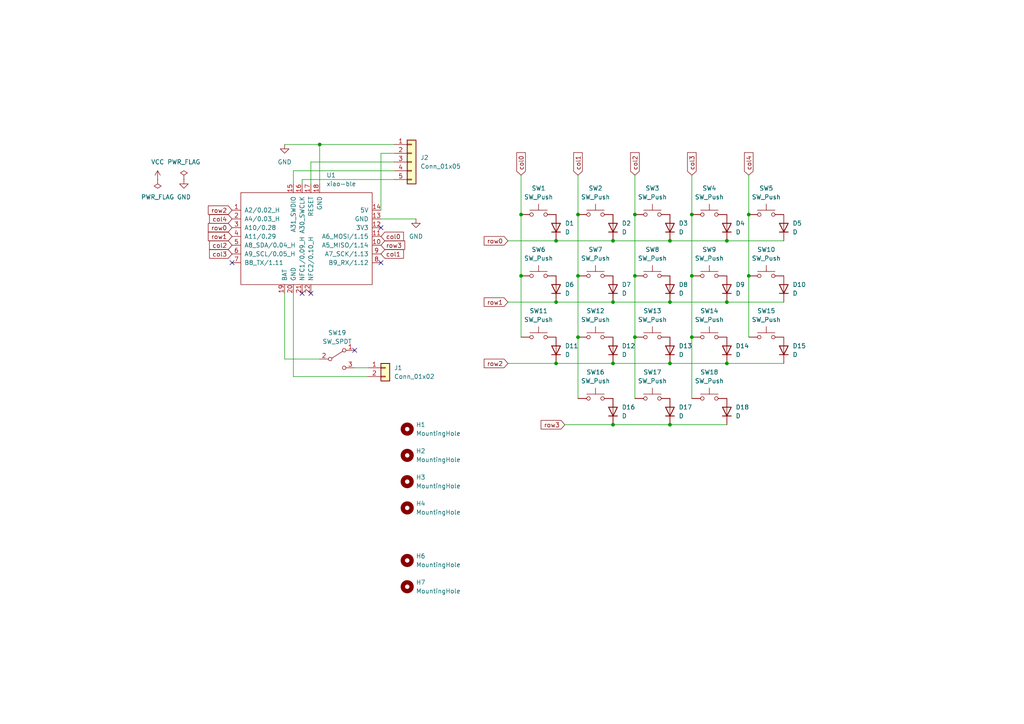
<source format=kicad_sch>
(kicad_sch (version 20230121) (generator eeschema)
  (paper "A4")
  (lib_symbols
    (symbol "Connector_Generic:Conn_01x02" (pin_names (offset 1.016) hide)
      (property "Reference" "J" (at 0 2.54 0))
      (property "Value" "Conn_01x02" (at 0 -5.08 0))
      (symbol "Conn_01x02_1_1"
        (rectangle (start -1.27 -2.413) (end 0 -2.667) (stroke (width 0.1524)))
        (rectangle (start -1.27 0.127) (end 0 -0.127) (stroke (width 0.1524)))
        (rectangle (start -1.27 1.27) (end 1.27 -3.81) (stroke (width 0.254)) (fill (type background)))
        (pin passive line (at -5.08 0 0) (length 3.81) (name "Pin_1") (number "1"))
        (pin passive line (at -5.08 -2.54 0) (length 3.81) (name "Pin_2") (number "2"))
      )
    )
    (symbol "Connector_Generic:Conn_01x05" (pin_names (offset 1.016) hide)
      (property "Reference" "J" (at 0 7.62 0))
      (property "Value" "Conn_01x05" (at 0 -7.62 0))
      (symbol "Conn_01x05_1_1"
        (rectangle (start -1.27 -4.953) (end 0 -5.207) (stroke (width 0.1524)))
        (rectangle (start -1.27 -2.413) (end 0 -2.667) (stroke (width 0.1524)))
        (rectangle (start -1.27 0.127) (end 0 -0.127) (stroke (width 0.1524)))
        (rectangle (start -1.27 2.667) (end 0 2.413) (stroke (width 0.1524)))
        (rectangle (start -1.27 5.207) (end 0 4.953) (stroke (width 0.1524)))
        (rectangle (start -1.27 6.35) (end 1.27 -6.35) (stroke (width 0.254)) (fill (type background)))
        (pin passive line (at -5.08 5.08 0) (length 3.81) (name "Pin_1") (number "1"))
        (pin passive line (at -5.08 2.54 0) (length 3.81) (name "Pin_2") (number "2"))
        (pin passive line (at -5.08 0 0) (length 3.81) (name "Pin_3") (number "3"))
        (pin passive line (at -5.08 -2.54 0) (length 3.81) (name "Pin_4") (number "4"))
        (pin passive line (at -5.08 -5.08 0) (length 3.81) (name "Pin_5") (number "5"))
      )
    )
    (symbol "Device:D" (pin_numbers hide) (pin_names (offset 1.016) hide)
      (property "Reference" "D" (at 0 2.54 0))
      (property "Value" "D" (at 0 -2.54 0))
      (symbol "D_0_1"
        (polyline (pts (xy -1.27 1.27) (xy -1.27 -1.27)) (stroke (width 0.254)))
        (polyline (pts (xy 1.27 0) (xy -1.27 0)))
        (polyline (pts (xy 1.27 1.27) (xy 1.27 -1.27) (xy -1.27 0) (xy 1.27 1.27)) (stroke (width 0.254)))
      )
      (symbol "D_1_1"
        (pin passive line (at -3.81 0 0) (length 2.54) (name "K") (number "1"))
        (pin passive line (at 3.81 0 180) (length 2.54) (name "A") (number "2"))
      )
    )
    (symbol "Mechanical:MountingHole" (pin_names (offset 1.016))
      (property "Reference" "H" (at 0 5.08 0))
      (property "Value" "MountingHole" (at 0 3.175 0))
      (symbol "MountingHole_0_1"
        (circle (center 0 0) (radius 1.27) (stroke (width 1.27)))
      )
    )
    (symbol "Switch:SW_Push" (pin_numbers hide) (pin_names (offset 1.016) hide)
      (property "Reference" "SW" (at 1.27 2.54 0))
      (property "Value" "SW_Push" (at 0 -1.524 0))
      (symbol "SW_Push_0_1"
        (circle (center -2.032 0) (radius 0.508))
        (polyline (pts (xy 0 1.27) (xy 0 3.048)))
        (polyline (pts (xy 2.54 1.27) (xy -2.54 1.27)))
        (circle (center 2.032 0) (radius 0.508))
        (pin passive line (at -5.08 0 0) (length 2.54) (name "1") (number "1"))
        (pin passive line (at 5.08 0 180) (length 2.54) (name "2") (number "2"))
      )
    )
    (symbol "Switch:SW_SPDT" (pin_names (offset 0) hide)
      (property "Reference" "SW" (at 0 4.318 0))
      (property "Value" "SW_SPDT" (at 0 -5.08 0))
      (symbol "SW_SPDT_0_0"
        (circle (center -2.032 0) (radius 0.508))
        (circle (center 2.032 -2.54) (radius 0.508))
      )
      (symbol "SW_SPDT_0_1"
        (polyline (pts (xy -1.524 0.254) (xy 1.651 2.286)))
        (circle (center 2.032 2.54) (radius 0.508))
      )
      (symbol "SW_SPDT_1_1"
        (pin passive line (at 5.08 2.54 180) (length 2.54) (name "A") (number "1"))
        (pin passive line (at -5.08 0 0) (length 2.54) (name "B") (number "2"))
        (pin passive line (at 5.08 -2.54 180) (length 2.54) (name "C") (number "3"))
      )
    )
    (symbol "mcu:xiao-ble" (pin_names (offset 1.016))
      (property "Reference" "U" (at -17.78 16.51 0))
      (property "Value" "xiao-ble" (at -15.24 13.97 0))
      (symbol "xiao-ble_0_1"
        (rectangle (start -19.05 12.7) (end 19.05 -13.97))
      )
      (symbol "xiao-ble_1_1"
        (pin bidirectional line (at -21.59 7.62 0) (length 2.54) (name "A2/0.02_H") (number "1"))
        (pin bidirectional line (at 21.59 -2.54 180) (length 2.54) (name "A5_MISO/1.14") (number "10"))
        (pin bidirectional line (at 21.59 0 180) (length 2.54) (name "A6_MOSI/1.15") (number "11"))
        (pin power_out line (at 21.59 2.54 180) (length 2.54) (name "3V3") (number "12"))
        (pin power_out line (at 21.59 5.08 180) (length 2.54) (name "GND") (number "13"))
        (pin power_out line (at 21.59 7.62 180) (length 2.54) (name "5V") (number "14"))
        (pin input line (at -3.81 15.24 270) (length 2.54) (name "A31_SWDIO") (number "15"))
        (pin input line (at -1.27 15.24 270) (length 2.54) (name "A30_SWCLK") (number "16"))
        (pin input line (at 1.27 15.24 270) (length 2.54) (name "RESET") (number "17"))
        (pin power_out line (at 3.81 15.24 270) (length 2.54) (name "GND") (number "18"))
        (pin bidirectional line (at -6.35 -16.51 90) (length 2.54) (name "BAT") (number "19"))
        (pin bidirectional line (at -21.59 5.08 0) (length 2.54) (name "A4/0.03_H") (number "2"))
        (pin power_out line (at -3.81 -16.51 90) (length 2.54) (name "GND") (number "20"))
        (pin bidirectional line (at -1.27 -16.51 90) (length 2.54) (name "NFC1/0.09_H") (number "21"))
        (pin bidirectional line (at 1.27 -16.51 90) (length 2.54) (name "NFC2/0.10_H") (number "22"))
        (pin bidirectional line (at -21.59 2.54 0) (length 2.54) (name "A10/0.28") (number "3"))
        (pin bidirectional line (at -21.59 0 0) (length 2.54) (name "A11/0.29") (number "4"))
        (pin bidirectional line (at -21.59 -2.54 0) (length 2.54) (name "A8_SDA/0.04_H") (number "5"))
        (pin bidirectional line (at -21.59 -5.08 0) (length 2.54) (name "A9_SCL/0.05_H") (number "6"))
        (pin bidirectional line (at -21.59 -7.62 0) (length 2.54) (name "B8_TX/1.11") (number "7"))
        (pin bidirectional line (at 21.59 -7.62 180) (length 2.54) (name "B9_RX/1.12") (number "8"))
        (pin bidirectional line (at 21.59 -5.08 180) (length 2.54) (name "A7_SCK/1.13") (number "9"))
      )
    )
    (symbol "power:GND" (power) (pin_names (offset 0))
      (property "Value" "GND" (at 0 -3.81 0))
      (symbol "GND_0_1"
        (polyline (pts (xy 0 0) (xy 0 -1.27) (xy 1.27 -1.27) (xy 0 -2.54) (xy -1.27 -1.27) (xy 0 -1.27)))
      )
      (symbol "GND_1_1"
        (pin power_in line (at 0 0 270) (length 0) hide (name "GND") (number "1"))
      )
    )
    (symbol "power:PWR_FLAG" (power) (pin_numbers hide) (pin_names (offset 0) hide)
      (property "Value" "PWR_FLAG" (at 0 3.81 0))
      (symbol "PWR_FLAG_0_0"
        (pin power_out line (at 0 0 90) (length 0) (name "pwr") (number "1"))
      )
      (symbol "PWR_FLAG_0_1"
        (polyline (pts (xy 0 0) (xy 0 1.27) (xy -1.016 1.905) (xy 0 2.54) (xy 1.016 1.905) (xy 0 1.27)))
      )
    )
    (symbol "power:VCC" (power) (pin_names (offset 0))
      (property "Value" "VCC" (at 0 3.81 0))
      (symbol "VCC_0_1"
        (polyline (pts (xy -0.762 1.27) (xy 0 2.54)))
        (polyline (pts (xy 0 0) (xy 0 2.54)))
        (polyline (pts (xy 0 2.54) (xy 0.762 1.27)))
      )
      (symbol "VCC_1_1"
        (pin power_in line (at 0 0 90) (length 0) hide (name "VCC") (number "1"))
      )
    )
  )
  (junction (at 194.31 69.85))
  (junction (at 184.15 80.01))
  (junction (at 194.31 105.41))
  (junction (at 161.29 69.85))
  (junction (at 161.29 105.41))
  (junction (at 151.13 62.23))
  (junction (at 184.15 97.79))
  (junction (at 92.71 41.91))
  (junction (at 161.29 87.63))
  (junction (at 167.64 80.01))
  (junction (at 194.31 87.63))
  (junction (at 210.82 69.85))
  (junction (at 194.31 123.19))
  (junction (at 200.66 80.01))
  (junction (at 167.64 62.23))
  (junction (at 210.82 87.63))
  (junction (at 184.15 62.23))
  (junction (at 177.8 87.63))
  (junction (at 210.82 105.41))
  (junction (at 177.8 105.41))
  (junction (at 167.64 97.79))
  (junction (at 177.8 69.85))
  (junction (at 217.17 80.01))
  (junction (at 200.66 97.79))
  (junction (at 217.17 62.23))
  (junction (at 177.8 123.19))
  (junction (at 200.66 62.23))
  (junction (at 151.13 80.01))
  (no_connect (at 87.63 85.09))
  (no_connect (at 67.31 76.2))
  (no_connect (at 90.17 85.09))
  (no_connect (at 102.87 101.6))
  (no_connect (at 110.49 76.2))
  (no_connect (at 110.49 66.04))
  (wire (pts (xy 177.8 105.41) (xy 194.31 105.41)))
  (wire (pts (xy 177.8 69.85) (xy 194.31 69.85)))
  (wire (pts (xy 184.15 62.23) (xy 184.15 80.01)))
  (wire (pts (xy 217.17 50.8) (xy 217.17 62.23)))
  (wire (pts (xy 194.31 123.19) (xy 210.82 123.19)))
  (wire (pts (xy 194.31 69.85) (xy 210.82 69.85)))
  (wire (pts (xy 217.17 80.01) (xy 217.17 97.79)))
  (wire (pts (xy 114.3 46.99) (xy 90.17 46.99)))
  (wire (pts (xy 110.49 44.45) (xy 114.3 44.45)))
  (wire (pts (xy 114.3 52.07) (xy 87.63 52.07)))
  (wire (pts (xy 184.15 97.79) (xy 184.15 115.57)))
  (wire (pts (xy 82.55 41.91) (xy 92.71 41.91)))
  (wire (pts (xy 82.55 85.09) (xy 82.55 104.14)))
  (wire (pts (xy 151.13 62.23) (xy 151.13 80.01)))
  (wire (pts (xy 147.32 105.41) (xy 161.29 105.41)))
  (wire (pts (xy 167.64 62.23) (xy 167.64 80.01)))
  (wire (pts (xy 85.09 85.09) (xy 85.09 109.22)))
  (wire (pts (xy 82.55 104.14) (xy 92.71 104.14)))
  (wire (pts (xy 110.49 63.5) (xy 120.65 63.5)))
  (wire (pts (xy 200.66 50.8) (xy 200.66 62.23)))
  (wire (pts (xy 85.09 49.53) (xy 114.3 49.53)))
  (wire (pts (xy 161.29 69.85) (xy 177.8 69.85)))
  (wire (pts (xy 90.17 46.99) (xy 90.17 53.34)))
  (wire (pts (xy 217.17 62.23) (xy 217.17 80.01)))
  (wire (pts (xy 200.66 97.79) (xy 200.66 115.57)))
  (wire (pts (xy 184.15 80.01) (xy 184.15 97.79)))
  (wire (pts (xy 200.66 62.23) (xy 200.66 80.01)))
  (wire (pts (xy 177.8 87.63) (xy 194.31 87.63)))
  (wire (pts (xy 194.31 87.63) (xy 210.82 87.63)))
  (wire (pts (xy 167.64 97.79) (xy 167.64 115.57)))
  (wire (pts (xy 110.49 60.96) (xy 110.49 44.45)))
  (wire (pts (xy 161.29 87.63) (xy 177.8 87.63)))
  (wire (pts (xy 87.63 52.07) (xy 87.63 53.34)))
  (wire (pts (xy 163.83 123.19) (xy 177.8 123.19)))
  (wire (pts (xy 167.64 80.01) (xy 167.64 97.79)))
  (wire (pts (xy 210.82 69.85) (xy 227.33 69.85)))
  (wire (pts (xy 210.82 87.63) (xy 227.33 87.63)))
  (wire (pts (xy 177.8 123.19) (xy 194.31 123.19)))
  (wire (pts (xy 200.66 80.01) (xy 200.66 97.79)))
  (wire (pts (xy 102.87 106.68) (xy 106.68 106.68)))
  (wire (pts (xy 161.29 105.41) (xy 177.8 105.41)))
  (wire (pts (xy 194.31 105.41) (xy 210.82 105.41)))
  (wire (pts (xy 85.09 53.34) (xy 85.09 49.53)))
  (wire (pts (xy 147.32 69.85) (xy 161.29 69.85)))
  (wire (pts (xy 114.3 41.91) (xy 92.71 41.91)))
  (wire (pts (xy 151.13 50.8) (xy 151.13 62.23)))
  (wire (pts (xy 210.82 105.41) (xy 227.33 105.41)))
  (wire (pts (xy 167.64 50.8) (xy 167.64 62.23)))
  (wire (pts (xy 85.09 109.22) (xy 106.68 109.22)))
  (wire (pts (xy 92.71 41.91) (xy 92.71 53.34)))
  (wire (pts (xy 151.13 80.01) (xy 151.13 97.79)))
  (wire (pts (xy 184.15 50.8) (xy 184.15 62.23)))
  (wire (pts (xy 147.32 87.63) (xy 161.29 87.63)))
  (global_label "col0" (shape input) (at 110.49 68.58 0) (property "Intersheetrefs" "${INTERSHEET_REFS}" (effects hide)))
  (global_label "col4" (shape input) (at 67.31 63.5 180) (property "Intersheetrefs" "${INTERSHEET_REFS}" (effects hide)))
  (global_label "row2" (shape input) (at 147.32 105.41 180) (property "Intersheetrefs" "${INTERSHEET_REFS}" (effects hide)))
  (global_label "row0" (shape input) (at 147.32 69.85 180) (property "Intersheetrefs" "${INTERSHEET_REFS}" (effects hide)))
  (global_label "col2" (shape input) (at 184.15 50.8 90) (property "Intersheetrefs" "${INTERSHEET_REFS}" (effects hide)))
  (global_label "col3" (shape input) (at 200.66 50.8 90) (property "Intersheetrefs" "${INTERSHEET_REFS}" (effects hide)))
  (global_label "col4" (shape input) (at 217.17 50.8 90) (property "Intersheetrefs" "${INTERSHEET_REFS}" (effects hide)))
  (global_label "row3" (shape input) (at 163.83 123.19 180) (property "Intersheetrefs" "${INTERSHEET_REFS}" (effects hide)))
  (global_label "col1" (shape input) (at 110.49 73.66 0) (property "Intersheetrefs" "${INTERSHEET_REFS}" (effects hide)))
  (global_label "col2" (shape input) (at 67.31 71.12 180) (property "Intersheetrefs" "${INTERSHEET_REFS}" (effects hide)))
  (global_label "col0" (shape input) (at 151.13 50.8 90) (property "Intersheetrefs" "${INTERSHEET_REFS}" (effects hide)))
  (global_label "row1" (shape input) (at 147.32 87.63 180) (property "Intersheetrefs" "${INTERSHEET_REFS}" (effects hide)))
  (global_label "row1" (shape input) (at 67.31 68.58 180) (property "Intersheetrefs" "${INTERSHEET_REFS}" (effects hide)))
  (global_label "row0" (shape input) (at 67.31 66.04 180) (property "Intersheetrefs" "${INTERSHEET_REFS}" (effects hide)))
  (global_label "row2" (shape input) (at 67.31 60.96 180) (property "Intersheetrefs" "${INTERSHEET_REFS}" (effects hide)))
  (global_label "row3" (shape input) (at 110.49 71.12 0) (property "Intersheetrefs" "${INTERSHEET_REFS}" (effects hide)))
  (global_label "col1" (shape input) (at 167.64 50.8 90) (property "Intersheetrefs" "${INTERSHEET_REFS}" (effects hide)))
  (global_label "col3" (shape input) (at 67.31 73.66 180) (property "Intersheetrefs" "${INTERSHEET_REFS}" (effects hide)))
  (symbol (lib_id "Device:D") (at 161.29 66.04 90) (unit 1)
    (property "Reference" "D1" (at 163.83 64.77 90) (effects (justify right)))
    (property "Value" "D" (at 163.83 67.31 90) (effects (justify right)))
    (property "Footprint" "Diode_SMD:D_SOD-123F" (effects hide))
    (property "Sim.Device" "D" (effects hide))
    (property "Sim.Pins" "1=K 2=A" (effects hide))
  )
  (symbol (lib_id "Switch:SW_Push") (at 172.72 97.79 0) (unit 1)
    (property "Reference" "SW12" (at 172.72 90.17 0))
    (property "Value" "SW_Push" (at 172.72 92.71 0))
    (property "Footprint" "MX_Hotswap:MX-Hotswap-1U" (effects hide))
  )
  (symbol (lib_id "Switch:SW_Push") (at 205.74 62.23 0) (unit 1)
    (property "Reference" "SW4" (at 205.74 54.61 0))
    (property "Value" "SW_Push" (at 205.74 57.15 0))
    (property "Footprint" "MX_Hotswap:MX-Hotswap-1U" (effects hide))
  )
  (symbol (lib_id "Device:D") (at 177.8 119.38 90) (unit 1)
    (property "Reference" "D16" (at 180.34 118.11 90) (effects (justify right)))
    (property "Value" "D" (at 180.34 120.65 90) (effects (justify right)))
    (property "Footprint" "Diode_SMD:D_SOD-123F" (effects hide))
    (property "Sim.Device" "D" (effects hide))
    (property "Sim.Pins" "1=K 2=A" (effects hide))
  )
  (symbol (lib_id "Mechanical:MountingHole") (at 118.11 147.32 0) (unit 1)
    (property "Reference" "H4" (at 120.65 146.05 0) (effects (justify left)))
    (property "Value" "MountingHole" (at 120.65 148.59 0) (effects (justify left)))
    (property "Footprint" "MountingHole:MountingHole_2.2mm_M2" (effects hide))
  )
  (symbol (lib_id "Switch:SW_Push") (at 156.21 97.79 0) (unit 1)
    (property "Reference" "SW11" (at 156.21 90.17 0))
    (property "Value" "SW_Push" (at 156.21 92.71 0))
    (property "Footprint" "MX_Hotswap:MX-Hotswap-1U" (effects hide))
  )
  (symbol (lib_id "Switch:SW_Push") (at 205.74 97.79 0) (unit 1)
    (property "Reference" "SW14" (at 205.74 90.17 0))
    (property "Value" "SW_Push" (at 205.74 92.71 0))
    (property "Footprint" "MX_Hotswap:MX-Hotswap-1U" (effects hide))
  )
  (symbol (lib_id "Device:D") (at 194.31 119.38 90) (unit 1)
    (property "Reference" "D17" (at 196.85 118.11 90) (effects (justify right)))
    (property "Value" "D" (at 196.85 120.65 90) (effects (justify right)))
    (property "Footprint" "Diode_SMD:D_SOD-123F" (effects hide))
    (property "Sim.Device" "D" (effects hide))
    (property "Sim.Pins" "1=K 2=A" (effects hide))
  )
  (symbol (lib_id "Device:D") (at 194.31 101.6 90) (unit 1)
    (property "Reference" "D13" (at 196.85 100.33 90) (effects (justify right)))
    (property "Value" "D" (at 196.85 102.87 90) (effects (justify right)))
    (property "Footprint" "Diode_SMD:D_SOD-123F" (effects hide))
    (property "Sim.Device" "D" (effects hide))
    (property "Sim.Pins" "1=K 2=A" (effects hide))
  )
  (symbol (lib_id "Connector_Generic:Conn_01x05") (at 119.38 46.99 0) (unit 1)
    (property "Reference" "J2" (at 121.92 45.72 0) (effects (justify left)))
    (property "Value" "Conn_01x05" (at 121.92 48.26 0) (effects (justify left)))
    (property "Footprint" "Connector_PinHeader_2.54mm:PinHeader_1x05_P2.54mm_Vertical" (effects hide))
  )
  (symbol (lib_id "Device:D") (at 177.8 101.6 90) (unit 1)
    (property "Reference" "D12" (at 180.34 100.33 90) (effects (justify right)))
    (property "Value" "D" (at 180.34 102.87 90) (effects (justify right)))
    (property "Footprint" "Diode_SMD:D_SOD-123F" (effects hide))
    (property "Sim.Device" "D" (effects hide))
    (property "Sim.Pins" "1=K 2=A" (effects hide))
  )
  (symbol (lib_id "Device:D") (at 161.29 101.6 90) (unit 1)
    (property "Reference" "D11" (at 163.83 100.33 90) (effects (justify right)))
    (property "Value" "D" (at 163.83 102.87 90) (effects (justify right)))
    (property "Footprint" "Diode_SMD:D_SOD-123F" (effects hide))
    (property "Sim.Device" "D" (effects hide))
    (property "Sim.Pins" "1=K 2=A" (effects hide))
  )
  (symbol (lib_id "Connector_Generic:Conn_01x02") (at 111.76 106.68 0) (unit 1)
    (property "Reference" "J1" (at 114.3 106.68 0) (effects (justify left)))
    (property "Value" "Conn_01x02" (at 114.3 109.22 0) (effects (justify left)))
    (property "Footprint" "Connector_JST:JST_PH_B2B-PH-K_1x02_P2.00mm_Vertical" (effects hide))
  )
  (symbol (lib_id "Device:D") (at 161.29 83.82 90) (unit 1)
    (property "Reference" "D6" (at 163.83 82.55 90) (effects (justify right)))
    (property "Value" "D" (at 163.83 85.09 90) (effects (justify right)))
    (property "Footprint" "Diode_SMD:D_SOD-123F" (effects hide))
    (property "Sim.Device" "D" (effects hide))
    (property "Sim.Pins" "1=K 2=A" (effects hide))
  )
  (symbol (lib_id "Device:D") (at 194.31 66.04 90) (unit 1)
    (property "Reference" "D3" (at 196.85 64.77 90) (effects (justify right)))
    (property "Value" "D" (at 196.85 67.31 90) (effects (justify right)))
    (property "Footprint" "Diode_SMD:D_SOD-123F" (effects hide))
    (property "Sim.Device" "D" (effects hide))
    (property "Sim.Pins" "1=K 2=A" (effects hide))
  )
  (symbol (lib_id "Device:D") (at 210.82 83.82 90) (unit 1)
    (property "Reference" "D9" (at 213.36 82.55 90) (effects (justify right)))
    (property "Value" "D" (at 213.36 85.09 90) (effects (justify right)))
    (property "Footprint" "Diode_SMD:D_SOD-123F" (effects hide))
    (property "Sim.Device" "D" (effects hide))
    (property "Sim.Pins" "1=K 2=A" (effects hide))
  )
  (symbol (lib_id "power:PWR_FLAG") (at 53.34 52.07 0) (unit 1)
    (property "Reference" "#FLG01" (effects hide))
    (property "Value" "PWR_FLAG" (at 53.34 46.99 0))
  )
  (symbol (lib_id "Mechanical:MountingHole") (at 118.11 124.46 0) (unit 1)
    (property "Reference" "H1" (at 120.65 123.19 0) (effects (justify left)))
    (property "Value" "MountingHole" (at 120.65 125.73 0) (effects (justify left)))
    (property "Footprint" "MountingHole:MountingHole_2.2mm_M2" (effects hide))
  )
  (symbol (lib_id "Mechanical:MountingHole") (at 118.11 170.18 0) (unit 1)
    (property "Reference" "H7" (at 120.65 168.91 0) (effects (justify left)))
    (property "Value" "MountingHole" (at 120.65 171.45 0) (effects (justify left)))
    (property "Footprint" "MountingHole:MountingHole_2.2mm_M2" (effects hide))
  )
  (symbol (lib_id "Device:D") (at 177.8 66.04 90) (unit 1)
    (property "Reference" "D2" (at 180.34 64.77 90) (effects (justify right)))
    (property "Value" "D" (at 180.34 67.31 90) (effects (justify right)))
    (property "Footprint" "Diode_SMD:D_SOD-123F" (effects hide))
    (property "Sim.Device" "D" (effects hide))
    (property "Sim.Pins" "1=K 2=A" (effects hide))
  )
  (symbol (lib_id "Switch:SW_Push") (at 172.72 115.57 0) (unit 1)
    (property "Reference" "SW16" (at 172.72 107.95 0))
    (property "Value" "SW_Push" (at 172.72 110.49 0))
    (property "Footprint" "MX_Hotswap:MX-Hotswap-1U" (effects hide))
  )
  (symbol (lib_id "Mechanical:MountingHole") (at 118.11 139.7 0) (unit 1)
    (property "Reference" "H3" (at 120.65 138.43 0) (effects (justify left)))
    (property "Value" "MountingHole" (at 120.65 140.97 0) (effects (justify left)))
    (property "Footprint" "MountingHole:MountingHole_2.2mm_M2" (effects hide))
  )
  (symbol (lib_id "Switch:SW_Push") (at 222.25 62.23 0) (unit 1)
    (property "Reference" "SW5" (at 222.25 54.61 0))
    (property "Value" "SW_Push" (at 222.25 57.15 0))
    (property "Footprint" "MX_Hotswap:MX-Hotswap-1U" (effects hide))
  )
  (symbol (lib_id "mcu:xiao-ble") (at 88.9 68.58 0) (unit 1)
    (property "Reference" "U1" (at 94.6659 50.8 0) (effects (justify left)))
    (property "Value" "xiao-ble" (at 94.6659 53.34 0) (effects (justify left)))
    (property "Footprint" "mcu:xiao-ble-tht" (effects hide))
  )
  (symbol (lib_id "Device:D") (at 227.33 101.6 90) (unit 1)
    (property "Reference" "D15" (at 229.87 100.33 90) (effects (justify right)))
    (property "Value" "D" (at 229.87 102.87 90) (effects (justify right)))
    (property "Footprint" "Diode_SMD:D_SOD-123F" (effects hide))
    (property "Sim.Device" "D" (effects hide))
    (property "Sim.Pins" "1=K 2=A" (effects hide))
  )
  (symbol (lib_id "Device:D") (at 177.8 83.82 90) (unit 1)
    (property "Reference" "D7" (at 180.34 82.55 90) (effects (justify right)))
    (property "Value" "D" (at 180.34 85.09 90) (effects (justify right)))
    (property "Footprint" "Diode_SMD:D_SOD-123F" (effects hide))
    (property "Sim.Device" "D" (effects hide))
    (property "Sim.Pins" "1=K 2=A" (effects hide))
  )
  (symbol (lib_id "power:VCC") (at 45.72 52.07 0) (unit 1)
    (property "Reference" "#PWR04" (effects hide))
    (property "Value" "VCC" (at 45.72 46.99 0))
  )
  (symbol (lib_id "Switch:SW_Push") (at 172.72 80.01 0) (unit 1)
    (property "Reference" "SW7" (at 172.72 72.39 0))
    (property "Value" "SW_Push" (at 172.72 74.93 0))
    (property "Footprint" "MX_Hotswap:MX-Hotswap-1U" (effects hide))
  )
  (symbol (lib_id "Device:D") (at 227.33 66.04 90) (unit 1)
    (property "Reference" "D5" (at 229.87 64.77 90) (effects (justify right)))
    (property "Value" "D" (at 229.87 67.31 90) (effects (justify right)))
    (property "Footprint" "Diode_SMD:D_SOD-123F" (effects hide))
    (property "Sim.Device" "D" (effects hide))
    (property "Sim.Pins" "1=K 2=A" (effects hide))
  )
  (symbol (lib_id "Device:D") (at 210.82 66.04 90) (unit 1)
    (property "Reference" "D4" (at 213.36 64.77 90) (effects (justify right)))
    (property "Value" "D" (at 213.36 67.31 90) (effects (justify right)))
    (property "Footprint" "Diode_SMD:D_SOD-123F" (effects hide))
    (property "Sim.Device" "D" (effects hide))
    (property "Sim.Pins" "1=K 2=A" (effects hide))
  )
  (symbol (lib_id "Switch:SW_Push") (at 156.21 62.23 0) (unit 1)
    (property "Reference" "SW1" (at 156.21 54.61 0))
    (property "Value" "SW_Push" (at 156.21 57.15 0))
    (property "Footprint" "MX_Hotswap:MX-Hotswap-1U" (effects hide))
  )
  (symbol (lib_id "Switch:SW_Push") (at 205.74 80.01 0) (unit 1)
    (property "Reference" "SW9" (at 205.74 72.39 0))
    (property "Value" "SW_Push" (at 205.74 74.93 0))
    (property "Footprint" "MX_Hotswap:MX-Hotswap-1U" (effects hide))
  )
  (symbol (lib_id "Mechanical:MountingHole") (at 118.11 132.08 0) (unit 1)
    (property "Reference" "H2" (at 120.65 130.81 0) (effects (justify left)))
    (property "Value" "MountingHole" (at 120.65 133.35 0) (effects (justify left)))
    (property "Footprint" "MountingHole:MountingHole_2.2mm_M2" (effects hide))
  )
  (symbol (lib_id "power:GND") (at 120.65 63.5 0) (unit 1)
    (property "Reference" "#PWR01" (effects hide))
    (property "Value" "GND" (at 120.65 68.58 0))
  )
  (symbol (lib_id "Switch:SW_Push") (at 222.25 80.01 0) (unit 1)
    (property "Reference" "SW10" (at 222.25 72.39 0))
    (property "Value" "SW_Push" (at 222.25 74.93 0))
    (property "Footprint" "MX_Hotswap:MX-Hotswap-1U" (effects hide))
  )
  (symbol (lib_id "power:GND") (at 82.55 41.91 0) (unit 1)
    (property "Reference" "#PWR02" (effects hide))
    (property "Value" "GND" (at 82.55 46.99 0))
  )
  (symbol (lib_id "Device:D") (at 210.82 119.38 90) (unit 1)
    (property "Reference" "D18" (at 213.36 118.11 90) (effects (justify right)))
    (property "Value" "D" (at 213.36 120.65 90) (effects (justify right)))
    (property "Footprint" "Diode_SMD:D_SOD-123F" (effects hide))
    (property "Sim.Device" "D" (effects hide))
    (property "Sim.Pins" "1=K 2=A" (effects hide))
  )
  (symbol (lib_id "Switch:SW_Push") (at 189.23 97.79 0) (unit 1)
    (property "Reference" "SW13" (at 189.23 90.17 0))
    (property "Value" "SW_Push" (at 189.23 92.71 0))
    (property "Footprint" "MX_Hotswap:MX-Hotswap-1U" (effects hide))
  )
  (symbol (lib_id "Switch:SW_Push") (at 189.23 115.57 0) (unit 1)
    (property "Reference" "SW17" (at 189.23 107.95 0))
    (property "Value" "SW_Push" (at 189.23 110.49 0))
    (property "Footprint" "MX_Hotswap:MX-Hotswap-1U" (effects hide))
  )
  (symbol (lib_id "Device:D") (at 210.82 101.6 90) (unit 1)
    (property "Reference" "D14" (at 213.36 100.33 90) (effects (justify right)))
    (property "Value" "D" (at 213.36 102.87 90) (effects (justify right)))
    (property "Footprint" "Diode_SMD:D_SOD-123F" (effects hide))
    (property "Sim.Device" "D" (effects hide))
    (property "Sim.Pins" "1=K 2=A" (effects hide))
  )
  (symbol (lib_id "Switch:SW_Push") (at 222.25 97.79 0) (unit 1)
    (property "Reference" "SW15" (at 222.25 90.17 0))
    (property "Value" "SW_Push" (at 222.25 92.71 0))
    (property "Footprint" "MX_Hotswap:MX-Hotswap-1U" (effects hide))
  )
  (symbol (lib_id "Switch:SW_Push") (at 205.74 115.57 0) (unit 1)
    (property "Reference" "SW18" (at 205.74 107.95 0))
    (property "Value" "SW_Push" (at 205.74 110.49 0))
    (property "Footprint" "MX_Hotswap:MX-Hotswap-1U" (effects hide))
  )
  (symbol (lib_id "Switch:SW_Push") (at 189.23 80.01 0) (unit 1)
    (property "Reference" "SW8" (at 189.23 72.39 0))
    (property "Value" "SW_Push" (at 189.23 74.93 0))
    (property "Footprint" "MX_Hotswap:MX-Hotswap-1U" (effects hide))
  )
  (symbol (lib_id "Switch:SW_SPDT") (at 97.79 104.14 0) (unit 1)
    (property "Reference" "SW19" (at 97.79 96.52 0))
    (property "Value" "SW_SPDT" (at 97.79 99.06 0))
    (property "Footprint" "locallib:SSW1P2T-SMT" (effects hide))
  )
  (symbol (lib_id "Device:D") (at 227.33 83.82 90) (unit 1)
    (property "Reference" "D10" (at 229.87 82.55 90) (effects (justify right)))
    (property "Value" "D" (at 229.87 85.09 90) (effects (justify right)))
    (property "Footprint" "Diode_SMD:D_SOD-123F" (effects hide))
    (property "Sim.Device" "D" (effects hide))
    (property "Sim.Pins" "1=K 2=A" (effects hide))
  )
  (symbol (lib_id "Mechanical:MountingHole") (at 118.11 162.56 0) (unit 1)
    (property "Reference" "H6" (at 120.65 161.29 0) (effects (justify left)))
    (property "Value" "MountingHole" (at 120.65 163.83 0) (effects (justify left)))
    (property "Footprint" "MountingHole:MountingHole_2.2mm_M2" (effects hide))
  )
  (symbol (lib_id "power:GND") (at 53.34 52.07 0) (unit 1)
    (property "Reference" "#PWR03" (effects hide))
    (property "Value" "GND" (at 53.34 57.15 0))
  )
  (symbol (lib_id "Switch:SW_Push") (at 189.23 62.23 0) (unit 1)
    (property "Reference" "SW3" (at 189.23 54.61 0))
    (property "Value" "SW_Push" (at 189.23 57.15 0))
    (property "Footprint" "MX_Hotswap:MX-Hotswap-1U" (effects hide))
  )
  (symbol (lib_id "power:PWR_FLAG") (at 45.72 52.07 180) (unit 1)
    (property "Reference" "#FLG02" (effects hide))
    (property "Value" "PWR_FLAG" (at 45.72 57.15 0))
  )
  (symbol (lib_id "Device:D") (at 194.31 83.82 90) (unit 1)
    (property "Reference" "D8" (at 196.85 82.55 90) (effects (justify right)))
    (property "Value" "D" (at 196.85 85.09 90) (effects (justify right)))
    (property "Footprint" "Diode_SMD:D_SOD-123F" (effects hide))
    (property "Sim.Device" "D" (effects hide))
    (property "Sim.Pins" "1=K 2=A" (effects hide))
  )
  (symbol (lib_id "Switch:SW_Push") (at 156.21 80.01 0) (unit 1)
    (property "Reference" "SW6" (at 156.21 72.39 0))
    (property "Value" "SW_Push" (at 156.21 74.93 0))
    (property "Footprint" "MX_Hotswap:MX-Hotswap-1U" (effects hide))
  )
  (symbol (lib_id "Switch:SW_Push") (at 172.72 62.23 0) (unit 1)
    (property "Reference" "SW2" (at 172.72 54.61 0))
    (property "Value" "SW_Push" (at 172.72 57.15 0))
    (property "Footprint" "MX_Hotswap:MX-Hotswap-1U" (effects hide))
  )
)
</source>
